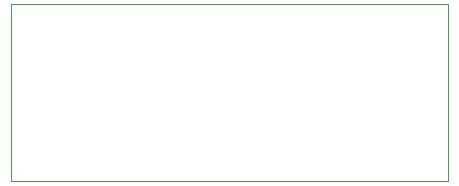
<source format=gbr>
%TF.GenerationSoftware,KiCad,Pcbnew,(5.1.8)-1*%
%TF.CreationDate,2021-05-04T18:07:08+08:00*%
%TF.ProjectId,downloader,646f776e-6c6f-4616-9465-722e6b696361,rev?*%
%TF.SameCoordinates,Original*%
%TF.FileFunction,Profile,NP*%
%FSLAX46Y46*%
G04 Gerber Fmt 4.6, Leading zero omitted, Abs format (unit mm)*
G04 Created by KiCad (PCBNEW (5.1.8)-1) date 2021-05-04 18:07:08*
%MOMM*%
%LPD*%
G01*
G04 APERTURE LIST*
%TA.AperFunction,Profile*%
%ADD10C,0.050000*%
%TD*%
G04 APERTURE END LIST*
D10*
X133700000Y-85450000D02*
X131700000Y-85450000D01*
X133700000Y-100450000D02*
X133700000Y-85450000D01*
X131700000Y-100450000D02*
X133700000Y-100450000D01*
X131700000Y-85450000D02*
X126700000Y-85450000D01*
X96700000Y-100450000D02*
X131700000Y-100450000D01*
X96700000Y-85450000D02*
X126700000Y-85450000D01*
X96700000Y-100450000D02*
X96700000Y-85450000D01*
M02*

</source>
